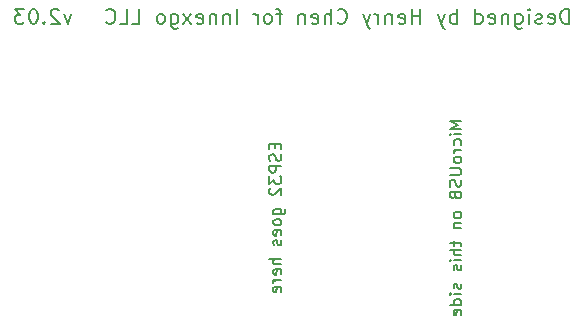
<source format=gbo>
G04 #@! TF.GenerationSoftware,KiCad,Pcbnew,(5.1.6)-1*
G04 #@! TF.CreationDate,2022-08-14T23:52:23-07:00*
G04 #@! TF.ProjectId,MFRC522 PCB ESP32,4d465243-3532-4322-9050-434220455350,rev?*
G04 #@! TF.SameCoordinates,Original*
G04 #@! TF.FileFunction,Legend,Bot*
G04 #@! TF.FilePolarity,Positive*
%FSLAX46Y46*%
G04 Gerber Fmt 4.6, Leading zero omitted, Abs format (unit mm)*
G04 Created by KiCad (PCBNEW (5.1.6)-1) date 2022-08-14 23:52:23*
%MOMM*%
%LPD*%
G01*
G04 APERTURE LIST*
%ADD10C,0.152000*%
%ADD11C,0.150000*%
%ADD12O,2.002000X2.002000*%
%ADD13R,2.002000X2.002000*%
%ADD14R,1.802000X1.802000*%
%ADD15C,1.448000*%
%ADD16C,3.302000*%
G04 APERTURE END LIST*
D10*
X234564047Y-92574523D02*
X234564047Y-91304523D01*
X234261666Y-91304523D01*
X234080238Y-91365000D01*
X233959285Y-91485952D01*
X233898809Y-91606904D01*
X233838333Y-91848809D01*
X233838333Y-92030238D01*
X233898809Y-92272142D01*
X233959285Y-92393095D01*
X234080238Y-92514047D01*
X234261666Y-92574523D01*
X234564047Y-92574523D01*
X232810238Y-92514047D02*
X232931190Y-92574523D01*
X233173095Y-92574523D01*
X233294047Y-92514047D01*
X233354523Y-92393095D01*
X233354523Y-91909285D01*
X233294047Y-91788333D01*
X233173095Y-91727857D01*
X232931190Y-91727857D01*
X232810238Y-91788333D01*
X232749761Y-91909285D01*
X232749761Y-92030238D01*
X233354523Y-92151190D01*
X232265952Y-92514047D02*
X232145000Y-92574523D01*
X231903095Y-92574523D01*
X231782142Y-92514047D01*
X231721666Y-92393095D01*
X231721666Y-92332619D01*
X231782142Y-92211666D01*
X231903095Y-92151190D01*
X232084523Y-92151190D01*
X232205476Y-92090714D01*
X232265952Y-91969761D01*
X232265952Y-91909285D01*
X232205476Y-91788333D01*
X232084523Y-91727857D01*
X231903095Y-91727857D01*
X231782142Y-91788333D01*
X231177380Y-92574523D02*
X231177380Y-91727857D01*
X231177380Y-91304523D02*
X231237857Y-91365000D01*
X231177380Y-91425476D01*
X231116904Y-91365000D01*
X231177380Y-91304523D01*
X231177380Y-91425476D01*
X230028333Y-91727857D02*
X230028333Y-92755952D01*
X230088809Y-92876904D01*
X230149285Y-92937380D01*
X230270238Y-92997857D01*
X230451666Y-92997857D01*
X230572619Y-92937380D01*
X230028333Y-92514047D02*
X230149285Y-92574523D01*
X230391190Y-92574523D01*
X230512142Y-92514047D01*
X230572619Y-92453571D01*
X230633095Y-92332619D01*
X230633095Y-91969761D01*
X230572619Y-91848809D01*
X230512142Y-91788333D01*
X230391190Y-91727857D01*
X230149285Y-91727857D01*
X230028333Y-91788333D01*
X229423571Y-91727857D02*
X229423571Y-92574523D01*
X229423571Y-91848809D02*
X229363095Y-91788333D01*
X229242142Y-91727857D01*
X229060714Y-91727857D01*
X228939761Y-91788333D01*
X228879285Y-91909285D01*
X228879285Y-92574523D01*
X227790714Y-92514047D02*
X227911666Y-92574523D01*
X228153571Y-92574523D01*
X228274523Y-92514047D01*
X228335000Y-92393095D01*
X228335000Y-91909285D01*
X228274523Y-91788333D01*
X228153571Y-91727857D01*
X227911666Y-91727857D01*
X227790714Y-91788333D01*
X227730238Y-91909285D01*
X227730238Y-92030238D01*
X228335000Y-92151190D01*
X226641666Y-92574523D02*
X226641666Y-91304523D01*
X226641666Y-92514047D02*
X226762619Y-92574523D01*
X227004523Y-92574523D01*
X227125476Y-92514047D01*
X227185952Y-92453571D01*
X227246428Y-92332619D01*
X227246428Y-91969761D01*
X227185952Y-91848809D01*
X227125476Y-91788333D01*
X227004523Y-91727857D01*
X226762619Y-91727857D01*
X226641666Y-91788333D01*
X225069285Y-92574523D02*
X225069285Y-91304523D01*
X225069285Y-91788333D02*
X224948333Y-91727857D01*
X224706428Y-91727857D01*
X224585476Y-91788333D01*
X224525000Y-91848809D01*
X224464523Y-91969761D01*
X224464523Y-92332619D01*
X224525000Y-92453571D01*
X224585476Y-92514047D01*
X224706428Y-92574523D01*
X224948333Y-92574523D01*
X225069285Y-92514047D01*
X224041190Y-91727857D02*
X223738809Y-92574523D01*
X223436428Y-91727857D02*
X223738809Y-92574523D01*
X223859761Y-92876904D01*
X223920238Y-92937380D01*
X224041190Y-92997857D01*
X221985000Y-92574523D02*
X221985000Y-91304523D01*
X221985000Y-91909285D02*
X221259285Y-91909285D01*
X221259285Y-92574523D02*
X221259285Y-91304523D01*
X220170714Y-92514047D02*
X220291666Y-92574523D01*
X220533571Y-92574523D01*
X220654523Y-92514047D01*
X220715000Y-92393095D01*
X220715000Y-91909285D01*
X220654523Y-91788333D01*
X220533571Y-91727857D01*
X220291666Y-91727857D01*
X220170714Y-91788333D01*
X220110238Y-91909285D01*
X220110238Y-92030238D01*
X220715000Y-92151190D01*
X219565952Y-91727857D02*
X219565952Y-92574523D01*
X219565952Y-91848809D02*
X219505476Y-91788333D01*
X219384523Y-91727857D01*
X219203095Y-91727857D01*
X219082142Y-91788333D01*
X219021666Y-91909285D01*
X219021666Y-92574523D01*
X218416904Y-92574523D02*
X218416904Y-91727857D01*
X218416904Y-91969761D02*
X218356428Y-91848809D01*
X218295952Y-91788333D01*
X218175000Y-91727857D01*
X218054047Y-91727857D01*
X217751666Y-91727857D02*
X217449285Y-92574523D01*
X217146904Y-91727857D02*
X217449285Y-92574523D01*
X217570238Y-92876904D01*
X217630714Y-92937380D01*
X217751666Y-92997857D01*
X214969761Y-92453571D02*
X215030238Y-92514047D01*
X215211666Y-92574523D01*
X215332619Y-92574523D01*
X215514047Y-92514047D01*
X215635000Y-92393095D01*
X215695476Y-92272142D01*
X215755952Y-92030238D01*
X215755952Y-91848809D01*
X215695476Y-91606904D01*
X215635000Y-91485952D01*
X215514047Y-91365000D01*
X215332619Y-91304523D01*
X215211666Y-91304523D01*
X215030238Y-91365000D01*
X214969761Y-91425476D01*
X214425476Y-92574523D02*
X214425476Y-91304523D01*
X213881190Y-92574523D02*
X213881190Y-91909285D01*
X213941666Y-91788333D01*
X214062619Y-91727857D01*
X214244047Y-91727857D01*
X214365000Y-91788333D01*
X214425476Y-91848809D01*
X212792619Y-92514047D02*
X212913571Y-92574523D01*
X213155476Y-92574523D01*
X213276428Y-92514047D01*
X213336904Y-92393095D01*
X213336904Y-91909285D01*
X213276428Y-91788333D01*
X213155476Y-91727857D01*
X212913571Y-91727857D01*
X212792619Y-91788333D01*
X212732142Y-91909285D01*
X212732142Y-92030238D01*
X213336904Y-92151190D01*
X212187857Y-91727857D02*
X212187857Y-92574523D01*
X212187857Y-91848809D02*
X212127380Y-91788333D01*
X212006428Y-91727857D01*
X211825000Y-91727857D01*
X211704047Y-91788333D01*
X211643571Y-91909285D01*
X211643571Y-92574523D01*
X210252619Y-91727857D02*
X209768809Y-91727857D01*
X210071190Y-92574523D02*
X210071190Y-91485952D01*
X210010714Y-91365000D01*
X209889761Y-91304523D01*
X209768809Y-91304523D01*
X209164047Y-92574523D02*
X209285000Y-92514047D01*
X209345476Y-92453571D01*
X209405952Y-92332619D01*
X209405952Y-91969761D01*
X209345476Y-91848809D01*
X209285000Y-91788333D01*
X209164047Y-91727857D01*
X208982619Y-91727857D01*
X208861666Y-91788333D01*
X208801190Y-91848809D01*
X208740714Y-91969761D01*
X208740714Y-92332619D01*
X208801190Y-92453571D01*
X208861666Y-92514047D01*
X208982619Y-92574523D01*
X209164047Y-92574523D01*
X208196428Y-92574523D02*
X208196428Y-91727857D01*
X208196428Y-91969761D02*
X208135952Y-91848809D01*
X208075476Y-91788333D01*
X207954523Y-91727857D01*
X207833571Y-91727857D01*
X206442619Y-92574523D02*
X206442619Y-91304523D01*
X205837857Y-91727857D02*
X205837857Y-92574523D01*
X205837857Y-91848809D02*
X205777380Y-91788333D01*
X205656428Y-91727857D01*
X205475000Y-91727857D01*
X205354047Y-91788333D01*
X205293571Y-91909285D01*
X205293571Y-92574523D01*
X204688809Y-91727857D02*
X204688809Y-92574523D01*
X204688809Y-91848809D02*
X204628333Y-91788333D01*
X204507380Y-91727857D01*
X204325952Y-91727857D01*
X204205000Y-91788333D01*
X204144523Y-91909285D01*
X204144523Y-92574523D01*
X203055952Y-92514047D02*
X203176904Y-92574523D01*
X203418809Y-92574523D01*
X203539761Y-92514047D01*
X203600238Y-92393095D01*
X203600238Y-91909285D01*
X203539761Y-91788333D01*
X203418809Y-91727857D01*
X203176904Y-91727857D01*
X203055952Y-91788333D01*
X202995476Y-91909285D01*
X202995476Y-92030238D01*
X203600238Y-92151190D01*
X202572142Y-92574523D02*
X201906904Y-91727857D01*
X202572142Y-91727857D02*
X201906904Y-92574523D01*
X200878809Y-91727857D02*
X200878809Y-92755952D01*
X200939285Y-92876904D01*
X200999761Y-92937380D01*
X201120714Y-92997857D01*
X201302142Y-92997857D01*
X201423095Y-92937380D01*
X200878809Y-92514047D02*
X200999761Y-92574523D01*
X201241666Y-92574523D01*
X201362619Y-92514047D01*
X201423095Y-92453571D01*
X201483571Y-92332619D01*
X201483571Y-91969761D01*
X201423095Y-91848809D01*
X201362619Y-91788333D01*
X201241666Y-91727857D01*
X200999761Y-91727857D01*
X200878809Y-91788333D01*
X200092619Y-92574523D02*
X200213571Y-92514047D01*
X200274047Y-92453571D01*
X200334523Y-92332619D01*
X200334523Y-91969761D01*
X200274047Y-91848809D01*
X200213571Y-91788333D01*
X200092619Y-91727857D01*
X199911190Y-91727857D01*
X199790238Y-91788333D01*
X199729761Y-91848809D01*
X199669285Y-91969761D01*
X199669285Y-92332619D01*
X199729761Y-92453571D01*
X199790238Y-92514047D01*
X199911190Y-92574523D01*
X200092619Y-92574523D01*
X197552619Y-92574523D02*
X198157380Y-92574523D01*
X198157380Y-91304523D01*
X196524523Y-92574523D02*
X197129285Y-92574523D01*
X197129285Y-91304523D01*
X195375476Y-92453571D02*
X195435952Y-92514047D01*
X195617380Y-92574523D01*
X195738333Y-92574523D01*
X195919761Y-92514047D01*
X196040714Y-92393095D01*
X196101190Y-92272142D01*
X196161666Y-92030238D01*
X196161666Y-91848809D01*
X196101190Y-91606904D01*
X196040714Y-91485952D01*
X195919761Y-91365000D01*
X195738333Y-91304523D01*
X195617380Y-91304523D01*
X195435952Y-91365000D01*
X195375476Y-91425476D01*
X192419047Y-91727857D02*
X192116666Y-92574523D01*
X191814285Y-91727857D01*
X191390952Y-91425476D02*
X191330476Y-91365000D01*
X191209523Y-91304523D01*
X190907142Y-91304523D01*
X190786190Y-91365000D01*
X190725714Y-91425476D01*
X190665238Y-91546428D01*
X190665238Y-91667380D01*
X190725714Y-91848809D01*
X191451428Y-92574523D01*
X190665238Y-92574523D01*
X190120952Y-92453571D02*
X190060476Y-92514047D01*
X190120952Y-92574523D01*
X190181428Y-92514047D01*
X190120952Y-92453571D01*
X190120952Y-92574523D01*
X189274285Y-91304523D02*
X189153333Y-91304523D01*
X189032380Y-91365000D01*
X188971904Y-91425476D01*
X188911428Y-91546428D01*
X188850952Y-91788333D01*
X188850952Y-92090714D01*
X188911428Y-92332619D01*
X188971904Y-92453571D01*
X189032380Y-92514047D01*
X189153333Y-92574523D01*
X189274285Y-92574523D01*
X189395238Y-92514047D01*
X189455714Y-92453571D01*
X189516190Y-92332619D01*
X189576666Y-92090714D01*
X189576666Y-91788333D01*
X189516190Y-91546428D01*
X189455714Y-91425476D01*
X189395238Y-91365000D01*
X189274285Y-91304523D01*
X188427619Y-91304523D02*
X187641428Y-91304523D01*
X188064761Y-91788333D01*
X187883333Y-91788333D01*
X187762380Y-91848809D01*
X187701904Y-91909285D01*
X187641428Y-92030238D01*
X187641428Y-92332619D01*
X187701904Y-92453571D01*
X187762380Y-92514047D01*
X187883333Y-92574523D01*
X188246190Y-92574523D01*
X188367142Y-92514047D01*
X188427619Y-92453571D01*
D11*
X225452380Y-100785714D02*
X224452380Y-100785714D01*
X225166666Y-101119047D01*
X224452380Y-101452380D01*
X225452380Y-101452380D01*
X225452380Y-101928571D02*
X224785714Y-101928571D01*
X224452380Y-101928571D02*
X224500000Y-101880952D01*
X224547619Y-101928571D01*
X224500000Y-101976190D01*
X224452380Y-101928571D01*
X224547619Y-101928571D01*
X225404761Y-102833333D02*
X225452380Y-102738095D01*
X225452380Y-102547619D01*
X225404761Y-102452380D01*
X225357142Y-102404761D01*
X225261904Y-102357142D01*
X224976190Y-102357142D01*
X224880952Y-102404761D01*
X224833333Y-102452380D01*
X224785714Y-102547619D01*
X224785714Y-102738095D01*
X224833333Y-102833333D01*
X225452380Y-103261904D02*
X224785714Y-103261904D01*
X224976190Y-103261904D02*
X224880952Y-103309523D01*
X224833333Y-103357142D01*
X224785714Y-103452380D01*
X224785714Y-103547619D01*
X225452380Y-104023809D02*
X225404761Y-103928571D01*
X225357142Y-103880952D01*
X225261904Y-103833333D01*
X224976190Y-103833333D01*
X224880952Y-103880952D01*
X224833333Y-103928571D01*
X224785714Y-104023809D01*
X224785714Y-104166666D01*
X224833333Y-104261904D01*
X224880952Y-104309523D01*
X224976190Y-104357142D01*
X225261904Y-104357142D01*
X225357142Y-104309523D01*
X225404761Y-104261904D01*
X225452380Y-104166666D01*
X225452380Y-104023809D01*
X224452380Y-104785714D02*
X225261904Y-104785714D01*
X225357142Y-104833333D01*
X225404761Y-104880952D01*
X225452380Y-104976190D01*
X225452380Y-105166666D01*
X225404761Y-105261904D01*
X225357142Y-105309523D01*
X225261904Y-105357142D01*
X224452380Y-105357142D01*
X225404761Y-105785714D02*
X225452380Y-105928571D01*
X225452380Y-106166666D01*
X225404761Y-106261904D01*
X225357142Y-106309523D01*
X225261904Y-106357142D01*
X225166666Y-106357142D01*
X225071428Y-106309523D01*
X225023809Y-106261904D01*
X224976190Y-106166666D01*
X224928571Y-105976190D01*
X224880952Y-105880952D01*
X224833333Y-105833333D01*
X224738095Y-105785714D01*
X224642857Y-105785714D01*
X224547619Y-105833333D01*
X224500000Y-105880952D01*
X224452380Y-105976190D01*
X224452380Y-106214285D01*
X224500000Y-106357142D01*
X224928571Y-107119047D02*
X224976190Y-107261904D01*
X225023809Y-107309523D01*
X225119047Y-107357142D01*
X225261904Y-107357142D01*
X225357142Y-107309523D01*
X225404761Y-107261904D01*
X225452380Y-107166666D01*
X225452380Y-106785714D01*
X224452380Y-106785714D01*
X224452380Y-107119047D01*
X224500000Y-107214285D01*
X224547619Y-107261904D01*
X224642857Y-107309523D01*
X224738095Y-107309523D01*
X224833333Y-107261904D01*
X224880952Y-107214285D01*
X224928571Y-107119047D01*
X224928571Y-106785714D01*
X225452380Y-108690476D02*
X225404761Y-108595238D01*
X225357142Y-108547619D01*
X225261904Y-108500000D01*
X224976190Y-108500000D01*
X224880952Y-108547619D01*
X224833333Y-108595238D01*
X224785714Y-108690476D01*
X224785714Y-108833333D01*
X224833333Y-108928571D01*
X224880952Y-108976190D01*
X224976190Y-109023809D01*
X225261904Y-109023809D01*
X225357142Y-108976190D01*
X225404761Y-108928571D01*
X225452380Y-108833333D01*
X225452380Y-108690476D01*
X224785714Y-109452380D02*
X225452380Y-109452380D01*
X224880952Y-109452380D02*
X224833333Y-109500000D01*
X224785714Y-109595238D01*
X224785714Y-109738095D01*
X224833333Y-109833333D01*
X224928571Y-109880952D01*
X225452380Y-109880952D01*
X224785714Y-110976190D02*
X224785714Y-111357142D01*
X224452380Y-111119047D02*
X225309523Y-111119047D01*
X225404761Y-111166666D01*
X225452380Y-111261904D01*
X225452380Y-111357142D01*
X225452380Y-111690476D02*
X224452380Y-111690476D01*
X225452380Y-112119047D02*
X224928571Y-112119047D01*
X224833333Y-112071428D01*
X224785714Y-111976190D01*
X224785714Y-111833333D01*
X224833333Y-111738095D01*
X224880952Y-111690476D01*
X225452380Y-112595238D02*
X224785714Y-112595238D01*
X224452380Y-112595238D02*
X224500000Y-112547619D01*
X224547619Y-112595238D01*
X224500000Y-112642857D01*
X224452380Y-112595238D01*
X224547619Y-112595238D01*
X225404761Y-113023809D02*
X225452380Y-113119047D01*
X225452380Y-113309523D01*
X225404761Y-113404761D01*
X225309523Y-113452380D01*
X225261904Y-113452380D01*
X225166666Y-113404761D01*
X225119047Y-113309523D01*
X225119047Y-113166666D01*
X225071428Y-113071428D01*
X224976190Y-113023809D01*
X224928571Y-113023809D01*
X224833333Y-113071428D01*
X224785714Y-113166666D01*
X224785714Y-113309523D01*
X224833333Y-113404761D01*
X225404761Y-114595238D02*
X225452380Y-114690476D01*
X225452380Y-114880952D01*
X225404761Y-114976190D01*
X225309523Y-115023809D01*
X225261904Y-115023809D01*
X225166666Y-114976190D01*
X225119047Y-114880952D01*
X225119047Y-114738095D01*
X225071428Y-114642857D01*
X224976190Y-114595238D01*
X224928571Y-114595238D01*
X224833333Y-114642857D01*
X224785714Y-114738095D01*
X224785714Y-114880952D01*
X224833333Y-114976190D01*
X225452380Y-115452380D02*
X224785714Y-115452380D01*
X224452380Y-115452380D02*
X224500000Y-115404761D01*
X224547619Y-115452380D01*
X224500000Y-115500000D01*
X224452380Y-115452380D01*
X224547619Y-115452380D01*
X225452380Y-116357142D02*
X224452380Y-116357142D01*
X225404761Y-116357142D02*
X225452380Y-116261904D01*
X225452380Y-116071428D01*
X225404761Y-115976190D01*
X225357142Y-115928571D01*
X225261904Y-115880952D01*
X224976190Y-115880952D01*
X224880952Y-115928571D01*
X224833333Y-115976190D01*
X224785714Y-116071428D01*
X224785714Y-116261904D01*
X224833333Y-116357142D01*
X225404761Y-117214285D02*
X225452380Y-117119047D01*
X225452380Y-116928571D01*
X225404761Y-116833333D01*
X225309523Y-116785714D01*
X224928571Y-116785714D01*
X224833333Y-116833333D01*
X224785714Y-116928571D01*
X224785714Y-117119047D01*
X224833333Y-117214285D01*
X224928571Y-117261904D01*
X225023809Y-117261904D01*
X225119047Y-116785714D01*
X209678571Y-102738095D02*
X209678571Y-103071428D01*
X210202380Y-103214285D02*
X210202380Y-102738095D01*
X209202380Y-102738095D01*
X209202380Y-103214285D01*
X210154761Y-103595238D02*
X210202380Y-103738095D01*
X210202380Y-103976190D01*
X210154761Y-104071428D01*
X210107142Y-104119047D01*
X210011904Y-104166666D01*
X209916666Y-104166666D01*
X209821428Y-104119047D01*
X209773809Y-104071428D01*
X209726190Y-103976190D01*
X209678571Y-103785714D01*
X209630952Y-103690476D01*
X209583333Y-103642857D01*
X209488095Y-103595238D01*
X209392857Y-103595238D01*
X209297619Y-103642857D01*
X209250000Y-103690476D01*
X209202380Y-103785714D01*
X209202380Y-104023809D01*
X209250000Y-104166666D01*
X210202380Y-104595238D02*
X209202380Y-104595238D01*
X209202380Y-104976190D01*
X209250000Y-105071428D01*
X209297619Y-105119047D01*
X209392857Y-105166666D01*
X209535714Y-105166666D01*
X209630952Y-105119047D01*
X209678571Y-105071428D01*
X209726190Y-104976190D01*
X209726190Y-104595238D01*
X209202380Y-105500000D02*
X209202380Y-106119047D01*
X209583333Y-105785714D01*
X209583333Y-105928571D01*
X209630952Y-106023809D01*
X209678571Y-106071428D01*
X209773809Y-106119047D01*
X210011904Y-106119047D01*
X210107142Y-106071428D01*
X210154761Y-106023809D01*
X210202380Y-105928571D01*
X210202380Y-105642857D01*
X210154761Y-105547619D01*
X210107142Y-105500000D01*
X209297619Y-106500000D02*
X209250000Y-106547619D01*
X209202380Y-106642857D01*
X209202380Y-106880952D01*
X209250000Y-106976190D01*
X209297619Y-107023809D01*
X209392857Y-107071428D01*
X209488095Y-107071428D01*
X209630952Y-107023809D01*
X210202380Y-106452380D01*
X210202380Y-107071428D01*
X209535714Y-108690476D02*
X210345238Y-108690476D01*
X210440476Y-108642857D01*
X210488095Y-108595238D01*
X210535714Y-108500000D01*
X210535714Y-108357142D01*
X210488095Y-108261904D01*
X210154761Y-108690476D02*
X210202380Y-108595238D01*
X210202380Y-108404761D01*
X210154761Y-108309523D01*
X210107142Y-108261904D01*
X210011904Y-108214285D01*
X209726190Y-108214285D01*
X209630952Y-108261904D01*
X209583333Y-108309523D01*
X209535714Y-108404761D01*
X209535714Y-108595238D01*
X209583333Y-108690476D01*
X210202380Y-109309523D02*
X210154761Y-109214285D01*
X210107142Y-109166666D01*
X210011904Y-109119047D01*
X209726190Y-109119047D01*
X209630952Y-109166666D01*
X209583333Y-109214285D01*
X209535714Y-109309523D01*
X209535714Y-109452380D01*
X209583333Y-109547619D01*
X209630952Y-109595238D01*
X209726190Y-109642857D01*
X210011904Y-109642857D01*
X210107142Y-109595238D01*
X210154761Y-109547619D01*
X210202380Y-109452380D01*
X210202380Y-109309523D01*
X210154761Y-110452380D02*
X210202380Y-110357142D01*
X210202380Y-110166666D01*
X210154761Y-110071428D01*
X210059523Y-110023809D01*
X209678571Y-110023809D01*
X209583333Y-110071428D01*
X209535714Y-110166666D01*
X209535714Y-110357142D01*
X209583333Y-110452380D01*
X209678571Y-110500000D01*
X209773809Y-110500000D01*
X209869047Y-110023809D01*
X210154761Y-110880952D02*
X210202380Y-110976190D01*
X210202380Y-111166666D01*
X210154761Y-111261904D01*
X210059523Y-111309523D01*
X210011904Y-111309523D01*
X209916666Y-111261904D01*
X209869047Y-111166666D01*
X209869047Y-111023809D01*
X209821428Y-110928571D01*
X209726190Y-110880952D01*
X209678571Y-110880952D01*
X209583333Y-110928571D01*
X209535714Y-111023809D01*
X209535714Y-111166666D01*
X209583333Y-111261904D01*
X210202380Y-112500000D02*
X209202380Y-112500000D01*
X210202380Y-112928571D02*
X209678571Y-112928571D01*
X209583333Y-112880952D01*
X209535714Y-112785714D01*
X209535714Y-112642857D01*
X209583333Y-112547619D01*
X209630952Y-112500000D01*
X210154761Y-113785714D02*
X210202380Y-113690476D01*
X210202380Y-113500000D01*
X210154761Y-113404761D01*
X210059523Y-113357142D01*
X209678571Y-113357142D01*
X209583333Y-113404761D01*
X209535714Y-113500000D01*
X209535714Y-113690476D01*
X209583333Y-113785714D01*
X209678571Y-113833333D01*
X209773809Y-113833333D01*
X209869047Y-113357142D01*
X210202380Y-114261904D02*
X209535714Y-114261904D01*
X209726190Y-114261904D02*
X209630952Y-114309523D01*
X209583333Y-114357142D01*
X209535714Y-114452380D01*
X209535714Y-114547619D01*
X210154761Y-115261904D02*
X210202380Y-115166666D01*
X210202380Y-114976190D01*
X210154761Y-114880952D01*
X210059523Y-114833333D01*
X209678571Y-114833333D01*
X209583333Y-114880952D01*
X209535714Y-114976190D01*
X209535714Y-115166666D01*
X209583333Y-115261904D01*
X209678571Y-115309523D01*
X209773809Y-115309523D01*
X209869047Y-114833333D01*
%LPC*%
D12*
X227560000Y-121600000D03*
X225020000Y-121600000D03*
X222480000Y-121600000D03*
X219940000Y-121600000D03*
X217400000Y-121600000D03*
X214860000Y-121600000D03*
X212320000Y-121600000D03*
X209780000Y-121600000D03*
X207240000Y-121600000D03*
X204700000Y-121600000D03*
X202160000Y-121600000D03*
X199620000Y-121600000D03*
X197080000Y-121600000D03*
X194540000Y-121600000D03*
D13*
X192000000Y-121600000D03*
D12*
X227560000Y-96200000D03*
X225020000Y-96200000D03*
X222480000Y-96200000D03*
X219940000Y-96200000D03*
X217400000Y-96200000D03*
X214860000Y-96200000D03*
X212320000Y-96200000D03*
X209780000Y-96200000D03*
X207240000Y-96200000D03*
X204700000Y-96200000D03*
X202160000Y-96200000D03*
X199620000Y-96200000D03*
X197080000Y-96200000D03*
X194540000Y-96200000D03*
D14*
X192000000Y-96200000D03*
D15*
X251000000Y-56750000D03*
X183000000Y-56750000D03*
X234500000Y-119250000D03*
D16*
X183000000Y-119000000D03*
X251000000Y-119000000D03*
X251000000Y-51000000D03*
X183000000Y-51000000D03*
M02*

</source>
